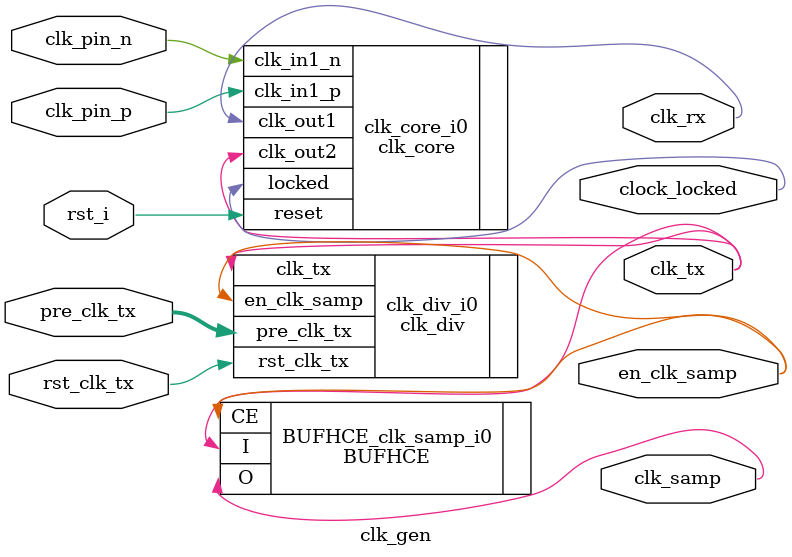
<source format=v>

`timescale 1ns/1ps


module clk_gen (
  input             clk_pin_p,       // Input clock pin - IBUFGDS is in core
  input             clk_pin_n,       //   - differential pair
  input             rst_i,           // Asynchronous input from IBUF

  input             rst_clk_tx,      // For clock divider
  
  input      [15:0] pre_clk_tx,      // Current divider

  output            clk_rx,          // Receive clock
  output            clk_tx,          // Transmit clock
  output            clk_samp,        // Sample clock

  output            en_clk_samp,     // Enable for clk_samp
  output            clock_locked     // Locked signal from MMCM
);

//***************************************************************************
// Function definitions
//***************************************************************************

//***************************************************************************
// Parameter definitions
//***************************************************************************

//***************************************************************************
// Reg declarations
//***************************************************************************

//***************************************************************************
// Wire declarations
//***************************************************************************
  
//***************************************************************************
// Code
//***************************************************************************

  // Instantiate the prescale divider

  clk_div clk_div_i0 (
    .clk_tx          (clk_tx),
    .rst_clk_tx      (rst_clk_tx),
    .pre_clk_tx      (pre_clk_tx),
    .en_clk_samp     (en_clk_samp)
  );

  // Instantiate clk_core - generated by the Clocking Wizard

  clk_core clk_core_i0 (
    .clk_in1_p          (clk_pin_p), 
    .clk_in1_n          (clk_pin_n), 
    .clk_out1           (clk_rx),
    .clk_out2           (clk_tx), 
    .reset              (rst_i), 
    .locked             (clock_locked)
  );

 BUFHCE #(
   .INIT_OUT(0)  // Initial output value
  )
  BUFHCE_clk_samp_i0
  (
     .O        (clk_samp),   // 1-bit The output of the BUFH
     .CE       (en_clk_samp),// 1-bit Enables propagation of signal from I to O
     .I        (clk_tx)      // 1-bit The input to the BUFH
  ); // BUFHCE
  


endmodule

</source>
